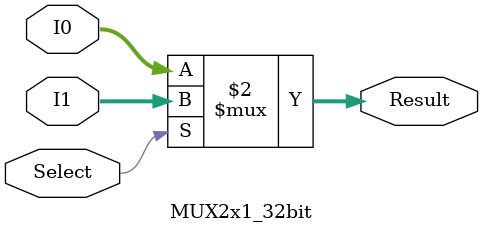
<source format=sv>
`timescale 1ns / 1ps


module MUX2x1_32bit(
    input Select,
    input [31:0] I0,
    input [31:0] I1,
    output [31:0] Result
    );
    assign Result= (!Select)?I0:I1;
endmodule

</source>
